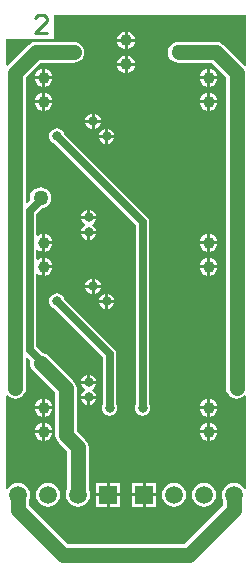
<source format=gbl>
G04*
G04 #@! TF.GenerationSoftware,Altium Limited,Altium Designer,20.1.14 (287)*
G04*
G04 Layer_Physical_Order=2*
G04 Layer_Color=16711680*
%FSLAX25Y25*%
%MOIN*%
G70*
G04*
G04 #@! TF.SameCoordinates,7435E910-4062-4735-B4F5-29FF216EBA80*
G04*
G04*
G04 #@! TF.FilePolarity,Positive*
G04*
G01*
G75*
%ADD12C,0.01000*%
%ADD33C,0.05000*%
%ADD34C,0.02500*%
%ADD35C,0.03937*%
%ADD36C,0.05906*%
%ADD37R,0.05906X0.05906*%
%ADD38C,0.05000*%
%ADD39C,0.03150*%
G36*
X300000Y285631D02*
X299500Y285461D01*
X299396Y285596D01*
X292496Y292496D01*
X291765Y293057D01*
X290914Y293410D01*
X290000Y293530D01*
X277500D01*
X276586Y293410D01*
X275735Y293057D01*
X275004Y292496D01*
X274443Y291765D01*
X274090Y290914D01*
X273970Y290000D01*
X274090Y289086D01*
X274443Y288235D01*
X275004Y287504D01*
X275735Y286943D01*
X276586Y286590D01*
X277500Y286470D01*
X288538D01*
X293370Y281638D01*
Y178100D01*
X293490Y177186D01*
X293843Y176335D01*
X294404Y175604D01*
X295135Y175043D01*
X295986Y174690D01*
X296900Y174570D01*
X297814Y174690D01*
X298665Y175043D01*
X299396Y175604D01*
X299500Y175739D01*
X300000Y175569D01*
Y144479D01*
X299500Y144379D01*
X299453Y144493D01*
X298819Y145319D01*
X297993Y145953D01*
X297032Y146351D01*
X296000Y146487D01*
X294968Y146351D01*
X294007Y145953D01*
X293181Y145319D01*
X292547Y144493D01*
X292149Y143532D01*
X292013Y142500D01*
X292149Y141468D01*
X292470Y140694D01*
Y138962D01*
X279538Y126030D01*
X240462D01*
X227530Y138962D01*
Y140694D01*
X227851Y141468D01*
X227987Y142500D01*
X227851Y143532D01*
X227453Y144493D01*
X226819Y145319D01*
X225993Y145953D01*
X225032Y146351D01*
X224000Y146487D01*
X222968Y146351D01*
X222007Y145953D01*
X221181Y145319D01*
X220547Y144493D01*
X220500Y144379D01*
X220000Y144479D01*
Y175569D01*
X220500Y175739D01*
X220604Y175604D01*
X221335Y175043D01*
X222186Y174690D01*
X223100Y174570D01*
X224014Y174690D01*
X224865Y175043D01*
X225596Y175604D01*
X226157Y176335D01*
X226510Y177186D01*
X226630Y178100D01*
Y188149D01*
X227092Y188340D01*
X228082Y187350D01*
X227970Y186500D01*
X228090Y185586D01*
X228443Y184735D01*
X229004Y184004D01*
X236470Y176538D01*
Y162373D01*
X236590Y161459D01*
X236943Y160607D01*
X237504Y159876D01*
X240470Y156910D01*
Y144306D01*
X240149Y143532D01*
X240013Y142500D01*
X240149Y141468D01*
X240547Y140507D01*
X241181Y139681D01*
X242007Y139047D01*
X242968Y138649D01*
X244000Y138513D01*
X245032Y138649D01*
X245993Y139047D01*
X246819Y139681D01*
X247453Y140507D01*
X247851Y141468D01*
X247987Y142500D01*
X247851Y143532D01*
X247530Y144306D01*
Y158372D01*
X247410Y159286D01*
X247057Y160138D01*
X246496Y160869D01*
X243530Y163835D01*
Y178000D01*
X243530Y178000D01*
X243410Y178914D01*
X243057Y179765D01*
X242496Y180496D01*
X233996Y188996D01*
X233265Y189557D01*
X232414Y189910D01*
X231950Y189971D01*
X230144Y191777D01*
Y215936D01*
X230644Y216182D01*
X231003Y215907D01*
X231725Y215608D01*
X232000Y215572D01*
Y218500D01*
Y221428D01*
X231725Y221392D01*
X231003Y221093D01*
X230644Y220818D01*
X230144Y221064D01*
Y223936D01*
X230644Y224182D01*
X231003Y223907D01*
X231725Y223608D01*
X232000Y223572D01*
Y226500D01*
Y229428D01*
X231725Y229392D01*
X231003Y229093D01*
X230644Y228818D01*
X230144Y229064D01*
Y236223D01*
X231950Y238029D01*
X232414Y238090D01*
X233265Y238443D01*
X233996Y239004D01*
X234557Y239735D01*
X234910Y240586D01*
X235030Y241500D01*
X234910Y242414D01*
X234557Y243265D01*
X233996Y243996D01*
X233265Y244557D01*
X232414Y244910D01*
X231500Y245030D01*
X230586Y244910D01*
X229735Y244557D01*
X229004Y243996D01*
X228443Y243265D01*
X228090Y242414D01*
X227970Y241500D01*
X228082Y240650D01*
X227092Y239660D01*
X226630Y239851D01*
Y281638D01*
X231462Y286470D01*
X242500D01*
X243414Y286590D01*
X244265Y286943D01*
X244996Y287504D01*
X245557Y288235D01*
X245910Y289086D01*
X246030Y290000D01*
X245910Y290914D01*
X245557Y291765D01*
X244996Y292496D01*
X244265Y293057D01*
X243414Y293410D01*
X242500Y293530D01*
X230000D01*
X229086Y293410D01*
X228235Y293057D01*
X227504Y292496D01*
X220604Y285596D01*
X220500Y285461D01*
X220000Y285631D01*
Y294500D01*
X236000D01*
Y302500D01*
X300000D01*
Y285631D01*
D02*
G37*
%LPC*%
G36*
X260500Y296928D02*
Y294500D01*
X262928D01*
X262892Y294775D01*
X262593Y295497D01*
X262117Y296117D01*
X261497Y296593D01*
X260775Y296892D01*
X260500Y296928D01*
D02*
G37*
G36*
X259500D02*
X259225Y296892D01*
X258503Y296593D01*
X257883Y296117D01*
X257407Y295497D01*
X257108Y294775D01*
X257072Y294500D01*
X259500D01*
Y296928D01*
D02*
G37*
G36*
X262928Y293500D02*
X260500D01*
Y291072D01*
X260775Y291108D01*
X261497Y291407D01*
X262117Y291883D01*
X262593Y292503D01*
X262892Y293225D01*
X262928Y293500D01*
D02*
G37*
G36*
X259500D02*
X257072D01*
X257108Y293225D01*
X257407Y292503D01*
X257883Y291883D01*
X258503Y291407D01*
X259225Y291108D01*
X259500Y291072D01*
Y293500D01*
D02*
G37*
G36*
X260500Y288928D02*
Y286500D01*
X262928D01*
X262892Y286775D01*
X262593Y287497D01*
X262117Y288117D01*
X261497Y288593D01*
X260775Y288892D01*
X260500Y288928D01*
D02*
G37*
G36*
X259500D02*
X259225Y288892D01*
X258503Y288593D01*
X257883Y288117D01*
X257407Y287497D01*
X257108Y286775D01*
X257072Y286500D01*
X259500D01*
Y288928D01*
D02*
G37*
G36*
X262928Y285500D02*
X260500D01*
Y283072D01*
X260775Y283108D01*
X261497Y283407D01*
X262117Y283883D01*
X262593Y284503D01*
X262892Y285225D01*
X262928Y285500D01*
D02*
G37*
G36*
X259500D02*
X257072D01*
X257108Y285225D01*
X257407Y284503D01*
X257883Y283883D01*
X258503Y283407D01*
X259225Y283108D01*
X259500Y283072D01*
Y285500D01*
D02*
G37*
G36*
X288000Y284428D02*
Y282000D01*
X290428D01*
X290392Y282275D01*
X290093Y282997D01*
X289617Y283617D01*
X288997Y284093D01*
X288275Y284392D01*
X288000Y284428D01*
D02*
G37*
G36*
X287000D02*
X286725Y284392D01*
X286003Y284093D01*
X285383Y283617D01*
X284907Y282997D01*
X284608Y282275D01*
X284572Y282000D01*
X287000D01*
Y284428D01*
D02*
G37*
G36*
X233000D02*
Y282000D01*
X235428D01*
X235392Y282275D01*
X235093Y282997D01*
X234617Y283617D01*
X233997Y284093D01*
X233275Y284392D01*
X233000Y284428D01*
D02*
G37*
G36*
X232000D02*
X231725Y284392D01*
X231003Y284093D01*
X230383Y283617D01*
X229907Y282997D01*
X229608Y282275D01*
X229572Y282000D01*
X232000D01*
Y284428D01*
D02*
G37*
G36*
X290428Y281000D02*
X288000D01*
Y278572D01*
X288275Y278608D01*
X288997Y278907D01*
X289617Y279383D01*
X290093Y280003D01*
X290392Y280725D01*
X290428Y281000D01*
D02*
G37*
G36*
X287000D02*
X284572D01*
X284608Y280725D01*
X284907Y280003D01*
X285383Y279383D01*
X286003Y278907D01*
X286725Y278608D01*
X287000Y278572D01*
Y281000D01*
D02*
G37*
G36*
X235428D02*
X233000D01*
Y278572D01*
X233275Y278608D01*
X233997Y278907D01*
X234617Y279383D01*
X235093Y280003D01*
X235392Y280725D01*
X235428Y281000D01*
D02*
G37*
G36*
X232000D02*
X229572D01*
X229608Y280725D01*
X229907Y280003D01*
X230383Y279383D01*
X231003Y278907D01*
X231725Y278608D01*
X232000Y278572D01*
Y281000D01*
D02*
G37*
G36*
X288000Y276428D02*
Y274000D01*
X290428D01*
X290392Y274275D01*
X290093Y274997D01*
X289617Y275617D01*
X288997Y276093D01*
X288275Y276392D01*
X288000Y276428D01*
D02*
G37*
G36*
X287000D02*
X286725Y276392D01*
X286003Y276093D01*
X285383Y275617D01*
X284907Y274997D01*
X284608Y274275D01*
X284572Y274000D01*
X287000D01*
Y276428D01*
D02*
G37*
G36*
X233000D02*
Y274000D01*
X235428D01*
X235392Y274275D01*
X235093Y274997D01*
X234617Y275617D01*
X233997Y276093D01*
X233275Y276392D01*
X233000Y276428D01*
D02*
G37*
G36*
X232000D02*
X231725Y276392D01*
X231003Y276093D01*
X230383Y275617D01*
X229907Y274997D01*
X229608Y274275D01*
X229572Y274000D01*
X232000D01*
Y276428D01*
D02*
G37*
G36*
X290428Y273000D02*
X288000D01*
Y270572D01*
X288275Y270608D01*
X288997Y270907D01*
X289617Y271383D01*
X290093Y272003D01*
X290392Y272725D01*
X290428Y273000D01*
D02*
G37*
G36*
X287000D02*
X284572D01*
X284608Y272725D01*
X284907Y272003D01*
X285383Y271383D01*
X286003Y270907D01*
X286725Y270608D01*
X287000Y270572D01*
Y273000D01*
D02*
G37*
G36*
X235428D02*
X233000D01*
Y270572D01*
X233275Y270608D01*
X233997Y270907D01*
X234617Y271383D01*
X235093Y272003D01*
X235392Y272725D01*
X235428Y273000D01*
D02*
G37*
G36*
X232000D02*
X229572D01*
X229608Y272725D01*
X229907Y272003D01*
X230383Y271383D01*
X231003Y270907D01*
X231725Y270608D01*
X232000Y270572D01*
Y273000D01*
D02*
G37*
G36*
X249500Y269531D02*
Y267500D01*
X251531D01*
X251508Y267672D01*
X251249Y268299D01*
X250836Y268836D01*
X250299Y269249D01*
X249672Y269509D01*
X249500Y269531D01*
D02*
G37*
G36*
X248500D02*
X248328Y269509D01*
X247702Y269249D01*
X247164Y268836D01*
X246751Y268299D01*
X246492Y267672D01*
X246469Y267500D01*
X248500D01*
Y269531D01*
D02*
G37*
G36*
X251531Y266500D02*
X249500D01*
Y264469D01*
X249672Y264492D01*
X250299Y264751D01*
X250836Y265164D01*
X251249Y265702D01*
X251508Y266328D01*
X251531Y266500D01*
D02*
G37*
G36*
X248500D02*
X246469D01*
X246492Y266328D01*
X246751Y265702D01*
X247164Y265164D01*
X247702Y264751D01*
X248328Y264492D01*
X248500Y264469D01*
Y266500D01*
D02*
G37*
G36*
X254000Y264531D02*
Y262500D01*
X256031D01*
X256009Y262672D01*
X255749Y263299D01*
X255336Y263836D01*
X254799Y264249D01*
X254172Y264509D01*
X254000Y264531D01*
D02*
G37*
G36*
X253000D02*
X252828Y264509D01*
X252202Y264249D01*
X251664Y263836D01*
X251251Y263299D01*
X250992Y262672D01*
X250969Y262500D01*
X253000D01*
Y264531D01*
D02*
G37*
G36*
X256031Y261500D02*
X254000D01*
Y259469D01*
X254172Y259491D01*
X254799Y259751D01*
X255336Y260164D01*
X255749Y260701D01*
X256009Y261328D01*
X256031Y261500D01*
D02*
G37*
G36*
X253000D02*
X250969D01*
X250992Y261328D01*
X251251Y260701D01*
X251664Y260164D01*
X252202Y259751D01*
X252828Y259491D01*
X253000Y259469D01*
Y261500D01*
D02*
G37*
G36*
X248000Y237531D02*
Y235500D01*
X250031D01*
X250009Y235672D01*
X249749Y236298D01*
X249336Y236836D01*
X248798Y237249D01*
X248172Y237509D01*
X248000Y237531D01*
D02*
G37*
G36*
X247000D02*
X246828Y237509D01*
X246201Y237249D01*
X245664Y236836D01*
X245251Y236298D01*
X244991Y235672D01*
X244969Y235500D01*
X247000D01*
Y237531D01*
D02*
G37*
G36*
X250031Y234500D02*
X244969D01*
X244991Y234328D01*
X245251Y233701D01*
X245664Y233164D01*
X246168Y232776D01*
X246204Y232508D01*
Y232492D01*
X246168Y232224D01*
X245664Y231836D01*
X245251Y231298D01*
X244991Y230672D01*
X244969Y230500D01*
X250031D01*
X250009Y230672D01*
X249749Y231298D01*
X249336Y231836D01*
X248832Y232224D01*
X248796Y232492D01*
Y232508D01*
X248832Y232776D01*
X249336Y233164D01*
X249749Y233701D01*
X250009Y234328D01*
X250031Y234500D01*
D02*
G37*
G36*
Y229500D02*
X248000D01*
Y227469D01*
X248172Y227491D01*
X248798Y227751D01*
X249336Y228164D01*
X249749Y228701D01*
X250009Y229328D01*
X250031Y229500D01*
D02*
G37*
G36*
X247000D02*
X244969D01*
X244991Y229328D01*
X245251Y228701D01*
X245664Y228164D01*
X246201Y227751D01*
X246828Y227491D01*
X247000Y227469D01*
Y229500D01*
D02*
G37*
G36*
X288000Y229428D02*
Y227000D01*
X290428D01*
X290392Y227275D01*
X290093Y227997D01*
X289617Y228617D01*
X288997Y229093D01*
X288275Y229392D01*
X288000Y229428D01*
D02*
G37*
G36*
X233000D02*
Y227000D01*
X235428D01*
X235392Y227275D01*
X235093Y227997D01*
X234617Y228617D01*
X233997Y229093D01*
X233275Y229392D01*
X233000Y229428D01*
D02*
G37*
G36*
X287000D02*
X286725Y229392D01*
X286003Y229093D01*
X285383Y228617D01*
X284907Y227997D01*
X284608Y227275D01*
X284572Y227000D01*
X287000D01*
Y229428D01*
D02*
G37*
G36*
X290428Y226000D02*
X288000D01*
Y223572D01*
X288275Y223608D01*
X288997Y223907D01*
X289617Y224383D01*
X290093Y225003D01*
X290392Y225725D01*
X290428Y226000D01*
D02*
G37*
G36*
X235428D02*
X233000D01*
Y223572D01*
X233275Y223608D01*
X233997Y223907D01*
X234617Y224383D01*
X235093Y225003D01*
X235392Y225725D01*
X235428Y226000D01*
D02*
G37*
G36*
X287000D02*
X284572D01*
X284608Y225725D01*
X284907Y225003D01*
X285383Y224383D01*
X286003Y223907D01*
X286725Y223608D01*
X287000Y223572D01*
Y226000D01*
D02*
G37*
G36*
X288000Y221428D02*
Y219000D01*
X290428D01*
X290392Y219275D01*
X290093Y219997D01*
X289617Y220617D01*
X288997Y221093D01*
X288275Y221392D01*
X288000Y221428D01*
D02*
G37*
G36*
X233000D02*
Y219000D01*
X235428D01*
X235392Y219275D01*
X235093Y219997D01*
X234617Y220617D01*
X233997Y221093D01*
X233275Y221392D01*
X233000Y221428D01*
D02*
G37*
G36*
X287000D02*
X286725Y221392D01*
X286003Y221093D01*
X285383Y220617D01*
X284907Y219997D01*
X284608Y219275D01*
X284572Y219000D01*
X287000D01*
Y221428D01*
D02*
G37*
G36*
X290428Y218000D02*
X288000D01*
Y215572D01*
X288275Y215608D01*
X288997Y215907D01*
X289617Y216383D01*
X290093Y217003D01*
X290392Y217725D01*
X290428Y218000D01*
D02*
G37*
G36*
X235428D02*
X233000D01*
Y215572D01*
X233275Y215608D01*
X233997Y215907D01*
X234617Y216383D01*
X235093Y217003D01*
X235392Y217725D01*
X235428Y218000D01*
D02*
G37*
G36*
X287000D02*
X284572D01*
X284608Y217725D01*
X284907Y217003D01*
X285383Y216383D01*
X286003Y215907D01*
X286725Y215608D01*
X287000Y215572D01*
Y218000D01*
D02*
G37*
G36*
X249500Y214531D02*
Y212500D01*
X251531D01*
X251508Y212672D01*
X251249Y213299D01*
X250836Y213836D01*
X250299Y214249D01*
X249672Y214509D01*
X249500Y214531D01*
D02*
G37*
G36*
X248500D02*
X248328Y214509D01*
X247702Y214249D01*
X247164Y213836D01*
X246751Y213299D01*
X246492Y212672D01*
X246469Y212500D01*
X248500D01*
Y214531D01*
D02*
G37*
G36*
X251531Y211500D02*
X249500D01*
Y209469D01*
X249672Y209491D01*
X250299Y209751D01*
X250836Y210164D01*
X251249Y210701D01*
X251508Y211328D01*
X251531Y211500D01*
D02*
G37*
G36*
X248500D02*
X246469D01*
X246492Y211328D01*
X246751Y210701D01*
X247164Y210164D01*
X247702Y209751D01*
X248328Y209491D01*
X248500Y209469D01*
Y211500D01*
D02*
G37*
G36*
X254000Y209531D02*
Y207500D01*
X256031D01*
X256009Y207672D01*
X255749Y208298D01*
X255336Y208836D01*
X254799Y209249D01*
X254172Y209508D01*
X254000Y209531D01*
D02*
G37*
G36*
X253000D02*
X252828Y209508D01*
X252202Y209249D01*
X251664Y208836D01*
X251251Y208298D01*
X250992Y207672D01*
X250969Y207500D01*
X253000D01*
Y209531D01*
D02*
G37*
G36*
X256031Y206500D02*
X254000D01*
Y204469D01*
X254172Y204491D01*
X254799Y204751D01*
X255336Y205164D01*
X255749Y205701D01*
X256009Y206328D01*
X256031Y206500D01*
D02*
G37*
G36*
X253000D02*
X250969D01*
X250992Y206328D01*
X251251Y205701D01*
X251664Y205164D01*
X252202Y204751D01*
X252828Y204491D01*
X253000Y204469D01*
Y206500D01*
D02*
G37*
G36*
X248000Y182531D02*
Y180500D01*
X250031D01*
X250009Y180672D01*
X249749Y181298D01*
X249336Y181836D01*
X248798Y182249D01*
X248172Y182509D01*
X248000Y182531D01*
D02*
G37*
G36*
X247000D02*
X246828Y182509D01*
X246201Y182249D01*
X245664Y181836D01*
X245251Y181298D01*
X244991Y180672D01*
X244969Y180500D01*
X247000D01*
Y182531D01*
D02*
G37*
G36*
X250031Y179500D02*
X244969D01*
X244991Y179328D01*
X245251Y178701D01*
X245664Y178164D01*
X246168Y177777D01*
X246204Y177508D01*
Y177492D01*
X246168Y177224D01*
X245664Y176836D01*
X245251Y176298D01*
X244991Y175672D01*
X244969Y175500D01*
X250031D01*
X250009Y175672D01*
X249749Y176298D01*
X249336Y176836D01*
X248832Y177224D01*
X248796Y177492D01*
Y177508D01*
X248832Y177777D01*
X249336Y178164D01*
X249749Y178701D01*
X250009Y179328D01*
X250031Y179500D01*
D02*
G37*
G36*
Y174500D02*
X248000D01*
Y172469D01*
X248172Y172492D01*
X248798Y172751D01*
X249336Y173164D01*
X249749Y173702D01*
X250009Y174328D01*
X250031Y174500D01*
D02*
G37*
G36*
X247000D02*
X244969D01*
X244991Y174328D01*
X245251Y173702D01*
X245664Y173164D01*
X246201Y172751D01*
X246828Y172492D01*
X247000Y172469D01*
Y174500D01*
D02*
G37*
G36*
X288000Y174428D02*
Y172000D01*
X290428D01*
X290392Y172275D01*
X290093Y172997D01*
X289617Y173617D01*
X288997Y174093D01*
X288275Y174392D01*
X288000Y174428D01*
D02*
G37*
G36*
X233000D02*
Y172000D01*
X235428D01*
X235392Y172275D01*
X235093Y172997D01*
X234617Y173617D01*
X233997Y174093D01*
X233275Y174392D01*
X233000Y174428D01*
D02*
G37*
G36*
X287000D02*
X286725Y174392D01*
X286003Y174093D01*
X285383Y173617D01*
X284907Y172997D01*
X284608Y172275D01*
X284572Y172000D01*
X287000D01*
Y174428D01*
D02*
G37*
G36*
X232000D02*
X231725Y174392D01*
X231003Y174093D01*
X230383Y173617D01*
X229907Y172997D01*
X229608Y172275D01*
X229572Y172000D01*
X232000D01*
Y174428D01*
D02*
G37*
G36*
X237000Y264597D02*
X236328Y264509D01*
X235701Y264249D01*
X235164Y263836D01*
X234751Y263299D01*
X234491Y262672D01*
X234403Y262000D01*
X234491Y261328D01*
X234751Y260701D01*
X235164Y260164D01*
X235701Y259751D01*
X236219Y259537D01*
X263206Y232550D01*
Y172690D01*
X262991Y172172D01*
X262903Y171500D01*
X262991Y170828D01*
X263251Y170202D01*
X263664Y169664D01*
X264201Y169251D01*
X264828Y168991D01*
X265500Y168903D01*
X266172Y168991D01*
X266798Y169251D01*
X267336Y169664D01*
X267749Y170202D01*
X268008Y170828D01*
X268097Y171500D01*
X268008Y172172D01*
X267794Y172690D01*
Y233500D01*
X267619Y234378D01*
X267122Y235122D01*
X239463Y262781D01*
X239249Y263299D01*
X238836Y263836D01*
X238299Y264249D01*
X237672Y264509D01*
X237000Y264597D01*
D02*
G37*
G36*
Y209597D02*
X236328Y209508D01*
X235701Y209249D01*
X235164Y208836D01*
X234751Y208298D01*
X234491Y207672D01*
X234403Y207000D01*
X234491Y206328D01*
X234751Y205701D01*
X235164Y205164D01*
X235701Y204751D01*
X236219Y204537D01*
X252206Y188550D01*
Y172690D01*
X251992Y172172D01*
X251903Y171500D01*
X251992Y170828D01*
X252251Y170202D01*
X252664Y169664D01*
X253202Y169251D01*
X253828Y168991D01*
X254500Y168903D01*
X255172Y168991D01*
X255799Y169251D01*
X256336Y169664D01*
X256749Y170202D01*
X257009Y170828D01*
X257097Y171500D01*
X257009Y172172D01*
X256794Y172690D01*
Y189500D01*
X256620Y190378D01*
X256122Y191122D01*
X239463Y207781D01*
X239249Y208298D01*
X238836Y208836D01*
X238299Y209249D01*
X237672Y209508D01*
X237000Y209597D01*
D02*
G37*
G36*
X290428Y171000D02*
X288000D01*
Y168572D01*
X288275Y168608D01*
X288997Y168907D01*
X289617Y169383D01*
X290093Y170003D01*
X290392Y170725D01*
X290428Y171000D01*
D02*
G37*
G36*
X235428D02*
X233000D01*
Y168572D01*
X233275Y168608D01*
X233997Y168907D01*
X234617Y169383D01*
X235093Y170003D01*
X235392Y170725D01*
X235428Y171000D01*
D02*
G37*
G36*
X287000D02*
X284572D01*
X284608Y170725D01*
X284907Y170003D01*
X285383Y169383D01*
X286003Y168907D01*
X286725Y168608D01*
X287000Y168572D01*
Y171000D01*
D02*
G37*
G36*
X232000D02*
X229572D01*
X229608Y170725D01*
X229907Y170003D01*
X230383Y169383D01*
X231003Y168907D01*
X231725Y168608D01*
X232000Y168572D01*
Y171000D01*
D02*
G37*
G36*
X233000Y166428D02*
Y164000D01*
X235428D01*
X235392Y164275D01*
X235093Y164997D01*
X234617Y165617D01*
X233997Y166093D01*
X233275Y166392D01*
X233000Y166428D01*
D02*
G37*
G36*
X288000D02*
Y164000D01*
X290428D01*
X290392Y164275D01*
X290093Y164997D01*
X289617Y165617D01*
X288997Y166093D01*
X288275Y166392D01*
X288000Y166428D01*
D02*
G37*
G36*
X232000D02*
X231725Y166392D01*
X231003Y166093D01*
X230383Y165617D01*
X229907Y164997D01*
X229608Y164275D01*
X229572Y164000D01*
X232000D01*
Y166428D01*
D02*
G37*
G36*
X287000D02*
X286725Y166392D01*
X286003Y166093D01*
X285383Y165617D01*
X284907Y164997D01*
X284608Y164275D01*
X284572Y164000D01*
X287000D01*
Y166428D01*
D02*
G37*
G36*
X290428Y163000D02*
X288000D01*
Y160572D01*
X288275Y160608D01*
X288997Y160907D01*
X289617Y161383D01*
X290093Y162003D01*
X290392Y162725D01*
X290428Y163000D01*
D02*
G37*
G36*
X235428D02*
X233000D01*
Y160572D01*
X233275Y160608D01*
X233997Y160907D01*
X234617Y161383D01*
X235093Y162003D01*
X235392Y162725D01*
X235428Y163000D01*
D02*
G37*
G36*
X287000D02*
X284572D01*
X284608Y162725D01*
X284907Y162003D01*
X285383Y161383D01*
X286003Y160907D01*
X286725Y160608D01*
X287000Y160572D01*
Y163000D01*
D02*
G37*
G36*
X232000D02*
X229572D01*
X229608Y162725D01*
X229907Y162003D01*
X230383Y161383D01*
X231003Y160907D01*
X231725Y160608D01*
X232000Y160572D01*
Y163000D01*
D02*
G37*
G36*
X257953Y146453D02*
X254500D01*
Y143000D01*
X257953D01*
Y146453D01*
D02*
G37*
G36*
X269953D02*
X266500D01*
Y143000D01*
X269953D01*
Y146453D01*
D02*
G37*
G36*
X265500D02*
X262047D01*
Y143000D01*
X265500D01*
Y146453D01*
D02*
G37*
G36*
X253500D02*
X250047D01*
Y143000D01*
X253500D01*
Y146453D01*
D02*
G37*
G36*
X269953Y142000D02*
X266500D01*
Y138547D01*
X269953D01*
Y142000D01*
D02*
G37*
G36*
X265500D02*
X262047D01*
Y138547D01*
X265500D01*
Y142000D01*
D02*
G37*
G36*
X257953D02*
X254500D01*
Y138547D01*
X257953D01*
Y142000D01*
D02*
G37*
G36*
X253500D02*
X250047D01*
Y138547D01*
X253500D01*
Y142000D01*
D02*
G37*
G36*
X286000Y146487D02*
X284968Y146351D01*
X284007Y145953D01*
X283181Y145319D01*
X282547Y144493D01*
X282149Y143532D01*
X282013Y142500D01*
X282149Y141468D01*
X282547Y140507D01*
X283181Y139681D01*
X284007Y139047D01*
X284968Y138649D01*
X286000Y138513D01*
X287032Y138649D01*
X287993Y139047D01*
X288819Y139681D01*
X289453Y140507D01*
X289851Y141468D01*
X289987Y142500D01*
X289851Y143532D01*
X289453Y144493D01*
X288819Y145319D01*
X287993Y145953D01*
X287032Y146351D01*
X286000Y146487D01*
D02*
G37*
G36*
X276000D02*
X274968Y146351D01*
X274007Y145953D01*
X273181Y145319D01*
X272547Y144493D01*
X272149Y143532D01*
X272013Y142500D01*
X272149Y141468D01*
X272547Y140507D01*
X273181Y139681D01*
X274007Y139047D01*
X274968Y138649D01*
X276000Y138513D01*
X277032Y138649D01*
X277993Y139047D01*
X278819Y139681D01*
X279453Y140507D01*
X279851Y141468D01*
X279987Y142500D01*
X279851Y143532D01*
X279453Y144493D01*
X278819Y145319D01*
X277993Y145953D01*
X277032Y146351D01*
X276000Y146487D01*
D02*
G37*
G36*
X234000D02*
X232968Y146351D01*
X232007Y145953D01*
X231181Y145319D01*
X230547Y144493D01*
X230149Y143532D01*
X230013Y142500D01*
X230149Y141468D01*
X230547Y140507D01*
X231181Y139681D01*
X232007Y139047D01*
X232968Y138649D01*
X234000Y138513D01*
X235032Y138649D01*
X235993Y139047D01*
X236819Y139681D01*
X237453Y140507D01*
X237851Y141468D01*
X237987Y142500D01*
X237851Y143532D01*
X237453Y144493D01*
X236819Y145319D01*
X235993Y145953D01*
X235032Y146351D01*
X234000Y146487D01*
D02*
G37*
%LPD*%
D12*
X233499Y296500D02*
X229500D01*
X233499Y300499D01*
Y301498D01*
X232499Y302498D01*
X230500D01*
X229500Y301498D01*
D33*
X244000Y142500D02*
Y158372D01*
X240000Y162373D02*
X244000Y158372D01*
X224000Y137500D02*
X239000Y122500D01*
X281000D02*
X296000Y137500D01*
X239000Y122500D02*
X281000D01*
X296000Y137500D02*
Y142500D01*
X224000Y137500D02*
Y142500D01*
X240000Y162373D02*
Y178000D01*
X231500Y186500D02*
X240000Y178000D01*
X296900Y178100D02*
Y283100D01*
X290000Y290000D02*
X296900Y283100D01*
X277500Y290000D02*
X290000D01*
X223100Y178100D02*
Y283100D01*
X230000Y290000D01*
X242500D01*
D34*
X231500Y240824D02*
Y241500D01*
X227850Y237174D02*
X231500Y240824D01*
X227850Y190826D02*
Y237174D01*
X231500Y186500D02*
Y187177D01*
X227850Y190826D02*
X231500Y187177D01*
X254500Y171500D02*
Y189500D01*
X237000Y207000D02*
X254500Y189500D01*
X265500Y171500D02*
Y233500D01*
X237000Y262000D02*
X265500Y233500D01*
D35*
X287500Y163500D02*
D03*
Y171500D02*
D03*
Y218500D02*
D03*
Y226500D02*
D03*
Y281500D02*
D03*
Y273500D02*
D03*
X260000Y294000D02*
D03*
Y286000D02*
D03*
X232500Y281500D02*
D03*
Y273500D02*
D03*
Y218500D02*
D03*
Y226500D02*
D03*
Y163500D02*
D03*
Y171500D02*
D03*
D36*
X224000Y142500D02*
D03*
X234000D02*
D03*
X244000D02*
D03*
X296000D02*
D03*
X286000D02*
D03*
X276000D02*
D03*
D37*
X254000D02*
D03*
X266000D02*
D03*
D38*
X242500Y290000D02*
D03*
X277500D02*
D03*
X231500Y186500D02*
D03*
Y241500D02*
D03*
X296900Y178100D02*
D03*
X223100D02*
D03*
D39*
X247500Y175000D02*
D03*
X237000Y207000D02*
D03*
X247500Y230000D02*
D03*
Y235000D02*
D03*
X249000Y212000D02*
D03*
X254500Y171500D02*
D03*
X265500D02*
D03*
X253500Y207000D02*
D03*
X247500Y180000D02*
D03*
X249000Y267000D02*
D03*
X253500Y262000D02*
D03*
X237000D02*
D03*
M02*

</source>
